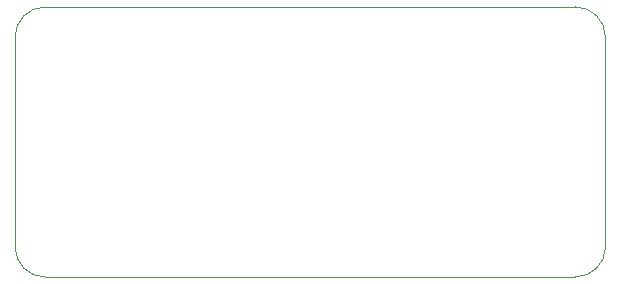
<source format=gbr>
G04 #@! TF.GenerationSoftware,KiCad,Pcbnew,(5.1.2)-1*
G04 #@! TF.CreationDate,2019-07-17T11:08:16+10:00*
G04 #@! TF.ProjectId,pmod-breakout,706d6f64-2d62-4726-9561-6b6f75742e6b,rev?*
G04 #@! TF.SameCoordinates,Original*
G04 #@! TF.FileFunction,Profile,NP*
%FSLAX46Y46*%
G04 Gerber Fmt 4.6, Leading zero omitted, Abs format (unit mm)*
G04 Created by KiCad (PCBNEW (5.1.2)-1) date 2019-07-17 11:08:16*
%MOMM*%
%LPD*%
G04 APERTURE LIST*
%ADD10C,0.050000*%
G04 APERTURE END LIST*
D10*
X88286400Y-57420000D02*
G75*
G03X85746400Y-59960000I0J-2540000D01*
G01*
X85746400Y-77740000D02*
G75*
G03X88286400Y-80280000I2540000J0D01*
G01*
X135733132Y-77788762D02*
G75*
G02X133193600Y-80280000I-2539532J48762D01*
G01*
X135733600Y-59960000D02*
G75*
G03X133193600Y-57420000I-2540000J0D01*
G01*
X85746400Y-59960000D02*
X85746400Y-77740000D01*
X88286400Y-80280000D02*
X133193600Y-80280000D01*
X135733132Y-77788762D02*
X135733600Y-59960000D01*
X133193600Y-57420000D02*
X88286400Y-57420000D01*
M02*

</source>
